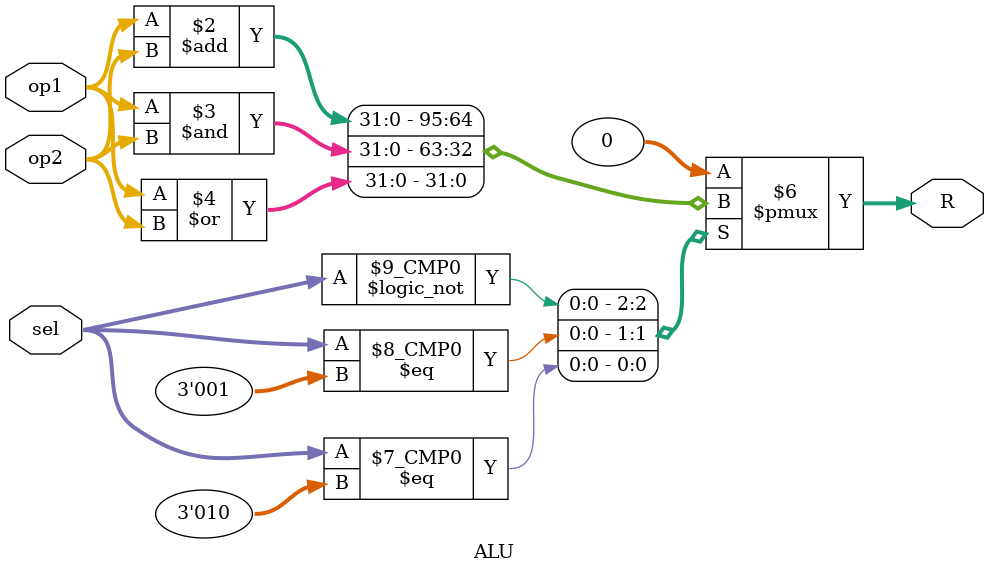
<source format=v>
`timescale 1ns/1ns
module ALU(
    input [31:0] op1,
    input [31:0] op2,
    input [2:0] sel,
    output reg [31:0] R
);

always @* begin
    case(sel)
        3'b000: R = op1 + op2;   // Suma
        3'b001: R = op1 & op2;   // AND
        3'b010: R = op1 | op2;   // OR
        default: R = 32'b0;
    endcase
end

endmodule


</source>
